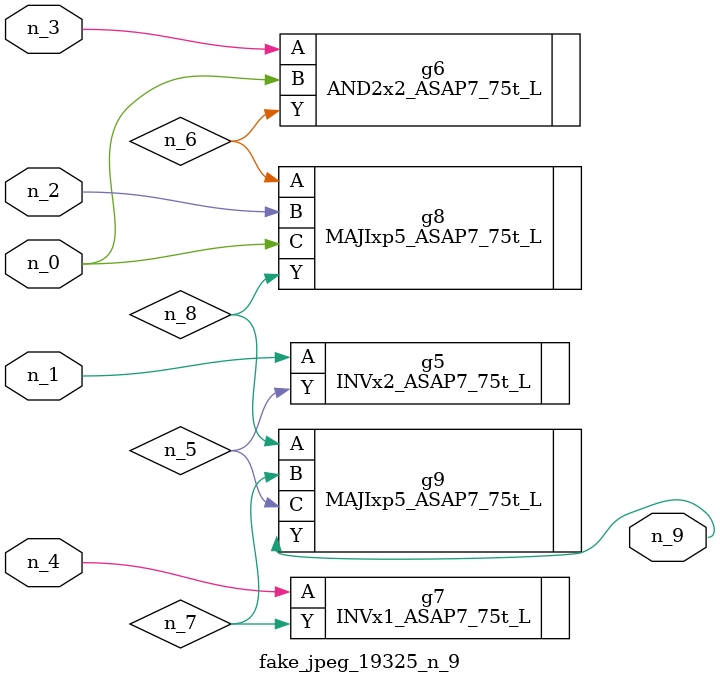
<source format=v>
module fake_jpeg_19325_n_9 (n_3, n_2, n_1, n_0, n_4, n_9);

input n_3;
input n_2;
input n_1;
input n_0;
input n_4;

output n_9;

wire n_8;
wire n_6;
wire n_5;
wire n_7;

INVx2_ASAP7_75t_L g5 ( 
.A(n_1),
.Y(n_5)
);

AND2x2_ASAP7_75t_L g6 ( 
.A(n_3),
.B(n_0),
.Y(n_6)
);

INVx1_ASAP7_75t_L g7 ( 
.A(n_4),
.Y(n_7)
);

MAJIxp5_ASAP7_75t_L g8 ( 
.A(n_6),
.B(n_2),
.C(n_0),
.Y(n_8)
);

MAJIxp5_ASAP7_75t_L g9 ( 
.A(n_8),
.B(n_7),
.C(n_5),
.Y(n_9)
);


endmodule
</source>
